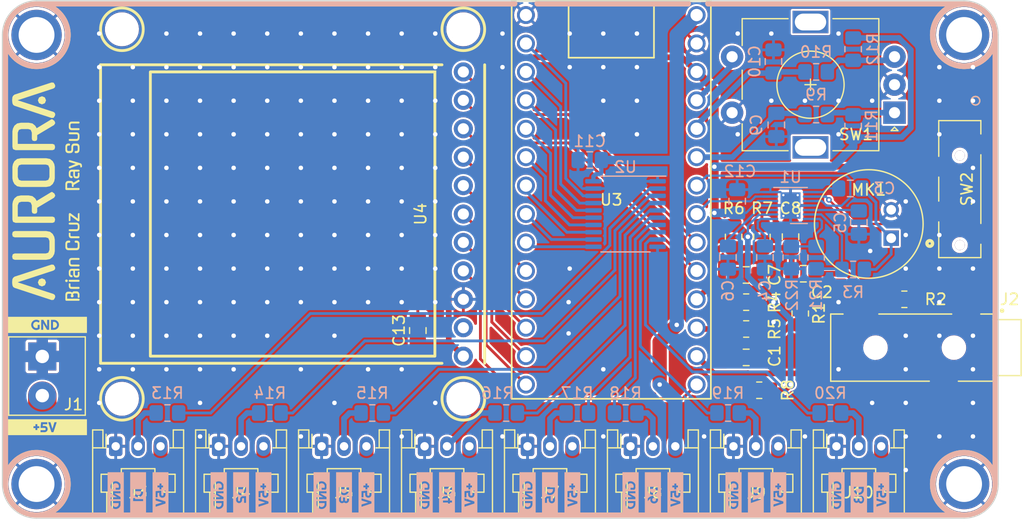
<source format=kicad_pcb>
(kicad_pcb (version 20211014) (generator pcbnew)
  (layers (0 "F.Cu" signal) (31 "B.Cu" signal) (36 "B.SilkS" user "B.Silkscreen") (37 "F.SilkS" user "F.Silkscreen") (38 "B.Mask" user) (39 "F.Mask" user) (44 "Edge.Cuts" user))
  (net 0 "")
  (net 1 "/AUD_R_ADC")
  (net 2 "/AUD_R")
  (net 3 "/AUD_L_ADC")
  (net 4 "/AUD_L")
  (net 5 "Net-(C3-Pad1)")
  (net 6 "Net-(C3-Pad2)")
  (net 7 "Net-(C4-Pad1)")
  (net 8 "GND")
  (net 9 "Net-(C5-Pad2)")
  (net 10 "Net-(C6-Pad2)")
  (net 11 "/ENCODER_A")
  (net 12 "/ENCODER_B")
  (net 13 "+3V3")
  (net 14 "+5V")
  (net 15 "/AUD_DET")
  (net 16 "/LED_OUT_0")
  (net 17 "/LED_OUT_1")
  (net 18 "/LED_OUT_2")
  (net 19 "/LED_OUT_3")
  (net 20 "/LED_OUT_4")
  (net 21 "/LED_OUT_5")
  (net 22 "/LED_OUT_6")
  (net 23 "/LED_OUT_7")
  (net 24 "/MIC_BIAS")
  (net 25 "Net-(R11-Pad2)")
  (net 26 "Net-(R10-Pad2)")
  (net 27 "Net-(R13-Pad2)")
  (net 28 "Net-(R14-Pad2)")
  (net 29 "Net-(R15-Pad2)")
  (net 30 "Net-(R16-Pad2)")
  (net 31 "Net-(R17-Pad2)")
  (net 32 "Net-(R18-Pad2)")
  (net 33 "Net-(R19-Pad2)")
  (net 34 "Net-(R20-Pad2)")
  (net 35 "/AGC_THRESH")
  (net 36 "/SW_PUSH")
  (net 37 "/MIC_ADC")
  (net 38 "/MIC_GAIN")
  (net 39 "Net-(U2-Pad11)")
  (net 40 "Net-(U2-Pad12)")
  (net 41 "Net-(U2-Pad13)")
  (net 42 "Net-(U2-Pad14)")
  (net 43 "Net-(U2-Pad15)")
  (net 44 "Net-(U2-Pad16)")
  (net 45 "Net-(U2-Pad17)")
  (net 46 "Net-(U2-Pad18)")
  (net 47 "/SCK")
  (net 48 "/MISO")
  (net 49 "/MOSI")
  (net 50 "/CS_TFT")
  (net 51 "/DISP_RST")
  (net 52 "/DISP_D{slash}C")
  (net 53 "/CS_SD")
  (net 54 "/BACKLIGHT")
  (net 56 "/MIC_A{slash}R")
  (footprint "Resistor_SMD:R_0805_2012Metric_Pad1.20x1.40mm_HandSolder" (layer "F.Cu") (at 161.3945 115.062 90)
    (fp_text reference "R1")
    (fp_text value "100k")
  )
  (footprint "Connector_JST:JST_PH_S3B-PH-K_1x03_P2.00mm_Horizontal" (layer "F.Cu") (at 127.85881 126.926)
    (fp_text reference "J6")
    (fp_text value "Conn_01x03")
  )
  (footprint "Resistor_SMD:R_0805_2012Metric_Pad1.20x1.40mm_HandSolder" (layer "F.Cu") (at 170.688 113.792)
    (fp_text reference "R2")
    (fp_text value "100k")
  )
  (footprint "kibuzzard-62AD66A7" (layer "F.Cu") (at 93.98 125.222)
    (fp_text reference "kibuzzard-62AD66A7" hide)
    (fp_text value "G***" hide)
  )
  (footprint "terminal_block:TerminalBlock_Molex_393570002_1x02_P3.50mm_Horizontal" (layer "F.Cu") (at 93.73 118.9 -90)
    (fp_text reference "J1")
    (fp_text value "Screw_Terminal_01x02" hide)
  )
  (footprint "Connector_JST:JST_PH_S3B-PH-K_1x03_P2.00mm_Horizontal" (layer "F.Cu") (at 100.284922 126.926)
    (fp_text reference "J3")
    (fp_text value "Conn_01x03")
  )
  (footprint "Capacitor_SMD:C_0805_2012Metric_Pad1.18x1.45mm_HandSolder" (layer "F.Cu") (at 127.254 116.586 90)
    (fp_text reference "C13")
    (fp_text value "10u")
  )
  (footprint "Resistor_SMD:R_0805_2012Metric_Pad1.20x1.40mm_HandSolder" (layer "F.Cu") (at 156.5685 114.046 180)
    (fp_text reference "R4")
    (fp_text value "100k")
  )
  (footprint "MountingHole:MountingHole_3.2mm_M3_ISO14580_Pad" (layer "F.Cu") (at 176.022 90.17)
    (fp_text reference "H2" hide)
    (fp_text value "MountingHole_Pad" hide)
  )
  (footprint "Connector_JST:JST_PH_S3B-PH-K_1x03_P2.00mm_Horizontal" (layer "F.Cu") (at 164.624 126.926)
    (fp_text reference "J10")
    (fp_text value "Conn_01x03")
  )
  (footprint "kibuzzard-62AD5F1D" (layer "F.Cu") (at 92.964 104.14 90)
    (fp_text reference "kibuzzard-62AD5F1D" hide)
    (fp_text value "G***" hide)
  )
  (footprint "MountingHole:MountingHole_3.2mm_M3_ISO14580_Pad" (layer "F.Cu") (at 93.218 130.302)
    (fp_text reference "H3" hide)
    (fp_text value "MountingHole_Pad" hide)
  )
  (footprint "Capacitor_SMD:C_0805_2012Metric_Pad1.18x1.45mm_HandSolder" (layer "F.Cu") (at 156.5685 111.618)
    (fp_text reference "C7")
    (fp_text value "47n")
  )
  (footprint "displays:Adafruit_TFT_1in3_ST7789" (layer "F.Cu") (at 131.318 106.172 -90)
    (fp_text reference "U4")
    (fp_text value "Adafruit_TFT_1in3_ST7789")
  )
  (footprint "MountingHole:MountingHole_3.2mm_M3_ISO14580_Pad" (layer "F.Cu") (at 93.218 90.17)
    (fp_text reference "H1" hide)
    (fp_text value "MountingHole_Pad" hide)
  )
  (footprint "Connector_JST:JST_PH_S3B-PH-K_1x03_P2.00mm_Horizontal" (layer "F.Cu") (at 137.050106 126.926)
    (fp_text reference "J7")
    (fp_text value "Conn_01x03")
  )
  (footprint "Resistor_SMD:R_0805_2012Metric_Pad1.20x1.40mm_HandSolder" (layer "F.Cu") (at 155.448 108.204 -90)
    (fp_text reference "R6")
    (fp_text value "100k")
  )
  (footprint "Connector_JST:JST_PH_S3B-PH-K_1x03_P2.00mm_Horizontal" (layer "F.Cu") (at 146.241402 126.926)
    (fp_text reference "J8")
    (fp_text value "Conn_01x03")
  )
  (footprint "Connector_JST:JST_PH_S3B-PH-K_1x03_P2.00mm_Horizontal" (layer "F.Cu") (at 109.476218 126.926)
    (fp_text reference "J4")
    (fp_text value "Conn_01x03")
  )
  (footprint "Capacitor_SMD:C_0805_2012Metric_Pad1.18x1.45mm_HandSolder" (layer "F.Cu") (at 156.5685 118.984)
    (fp_text reference "C1")
    (fp_text value "10u")
  )
  (footprint "Rotary_Encoder:RotaryEncoder_Alps_EC11E-Switch_Vertical_H20mm" (layer "F.Cu") (at 169.81 97.115 180)
    (fp_text reference "SW1")
    (fp_text value "RotaryEncoder_Switch")
  )
  (footprint "teensy_library:Teensy40" (layer "F.Cu") (at 144.526 104.902 -90)
    (fp_text reference "U3")
    (fp_text value "Teensy4.0")
  )
  (footprint "CMA-4544PF-W:MIC_CMA-4544PF-W" (layer "F.Cu") (at 167.513 107.061)
    (fp_text reference "MK1")
    (fp_text value "CMA-4544PF-W")
  )
  (footprint "kibuzzard-62AD66B6" (layer "F.Cu") (at 93.98 116.078)
    (fp_text reference "kibuzzard-62AD66B6" hide)
    (fp_text value "G***" hide)
  )
  (footprint "kibuzzard-62AD5F34" (layer "F.Cu") (at 96.52 105.918 90)
    (fp_text reference "kibuzzard-62AD5F34" hide)
    (fp_text value "G***" hide)
  )
  (footprint "Capacitor_SMD:C_0805_2012Metric_Pad1.18x1.45mm_HandSolder" (layer "F.Cu") (at 160.528 108.204 90)
    (fp_text reference "C8")
    (fp_text value "47n")
  )
  (footprint "Capacitor_SMD:C_0805_2012Metric_Pad1.18x1.45mm_HandSolder" (layer "F.Cu") (at 161.671 111.506)
    (fp_text reference "C2")
    (fp_text value "10u")
  )
  (footprint "Resistor_SMD:R_0805_2012Metric_Pad1.20x1.40mm_HandSolder" (layer "F.Cu") (at 156.5685 116.444)
    (fp_text reference "R5")
    (fp_text value "100k")
  )
  (footprint "Connector_JST:JST_PH_S3B-PH-K_1x03_P2.00mm_Horizontal" (layer "F.Cu") (at 118.667514 126.926)
    (fp_text reference "J5")
    (fp_text value "Conn_01x03")
  )
  (footprint "MountingHole:MountingHole_3.2mm_M3_ISO14580_Pad" (layer "F.Cu") (at 176.022 130.302)
    (fp_text reference "H4" hide)
    (fp_text value "MountingHole_Pad" hide)
  )
  (footprint "Resistor_SMD:R_0805_2012Metric_Pad1.20x1.40mm_HandSolder" (layer "F.Cu") (at 157.734 121.92 180)
    (fp_text reference "R8")
    (fp_text value "1M")
  )
  (footprint "SP3T-CL-SB-13A-01T:CL-SB-13A-01T" (layer "F.Cu") (at 175.638399 103.945486 -90)
    (fp_text reference "SW2")
    (fp_text value "CL-SB-13A-01T")
  )
  (footprint "SJ-3524-SMT:CUI_SJ-3524-SMT" (layer "F.Cu") (at 175.1125 118.11 180)
    (fp_text reference "J2")
    (fp_text value "SJ-3524-SMT")
  )
  (footprint "Resistor_SMD:R_0805_2012Metric_Pad1.20x1.40mm_HandSolder" (layer "F.Cu") (at 157.973 108.204 90)
    (fp_text reference "R7")
    (fp_text value "100k")
  )
  (footprint "Connector_JST:JST_PH_S3B-PH-K_1x03_P2.00mm_Horizontal" (layer "F.Cu") (at 155.432698 126.926)
    (fp_text reference "J9")
    (fp_text value "Conn_01x03")
  )
  (footprint "Resistor_SMD:R_0805_2012Metric_Pad1.20x1.40mm_HandSolder" (layer "B.Cu") (at 114.046 123.952)
    (fp_text reference "R14")
    (fp_text value "100")
  )
  (footprint "Resistor_SMD:R_0805_2012Metric_Pad1.20x1.40mm_HandSolder" (layer "B.Cu") (at 135.144 123.952)
    (fp_text reference "R16")
    (fp_text value "100")
  )
  (footprint "Resistor_SMD:R_0805_2012Metric_Pad1.20x1.40mm_HandSolder" (layer "B.Cu") (at 166.116 98.298 90)
    (fp_text reference "R11")
    (fp_text value "10k")
  )
  (footprint "kibuzzard-62AD6AEC" (layer "B.Cu") (at 118.6693 131.2926 -90)
    (fp_text reference "kibuzzard-62AD6AEC2" hide)
    (fp_text value "G***" hide)
  )
  (footprint "kibuzzard-62AD6AEC" (layer "B.Cu") (at 137.05382 131.2926 -90)
    (fp_text reference "kibuzzard-62AD6AEC4" hide)
    (fp_text value "G***" hide)
  )
  (footprint "Resistor_SMD:R_0805_2012Metric_Pad1.20x1.40mm_HandSolder" (layer "B.Cu") (at 162.814 93.472)
    (fp_text reference "R10")
    (fp_text value "10k")
  )
  (footprint "kibuzzard-62AD6C27" (layer "B.Cu") (at 139.049964 131.2926 -90)
    (fp_text reference "kibuzzard-62AD6C27" hide)
    (fp_text value "G***" hide)
  )
  (footprint "kibuzzard-62AD6B04" (layer "B.Cu") (at 159.43834 131.2926 -90)
    (fp_text reference "kibuzzard-62AD6B6" hide)
    (fp_text value "G***" hide)
  )
  (footprint "kibuzzard-62AD6C62" (layer "B.Cu") (at 166.623858 131.2926 -90)
    (fp_text reference "kibuzzard-62AD6C62" hide)
    (fp_text value "G***" hide)
  )
  (footprint "Capacitor_SMD:C_0805_2012Metric_Pad1.18x1.45mm_HandSolder" (layer "B.Cu") (at 155.765 105.029 90)
    (fp_text reference "C12")
    (fp_text value "2.2u")
  )
  (footprint "Capacitor_SMD:C_0805_2012Metric_Pad1.18x1.45mm_HandSolder" (layer "B.Cu") (at 158.242 110.064 -90)
    (fp_text reference "C4")
    (fp_text value "0.47u")
  )
  (footprint "kibuzzard-62AD6B04" (layer "B.Cu") (at 131.86156 131.2926 -90)
    (fp_text reference "kibuzzard-62AD6B3" hide)
    (fp_text value "G***" hide)
  )
  (footprint "kibuzzard-62AD6C4C" (layer "B.Cu") (at 157.432556 131.2926 -90)
    (fp_text reference "kibuzzard-62AD6C4C" hide)
    (fp_text value "G***" hide)
  )
  (footprint "kibuzzard-62AD6C38" (layer "B.Cu") (at 148.24126 131.2926 -90)
    (fp_text reference "kibuzzard-62AD6C38" hide)
    (fp_text value "G***" hide)
  )
  (footprint "kibuzzard-62AD6B04" (layer "B.Cu") (at 150.24608 131.2926 -90)
    (fp_text reference "kibuzzard-62AD6B5" hide)
    (fp_text value "G***" hide)
  )
  (footprint "Resistor_SMD:R_0805_2012Metric_Pad1.20x1.40mm_HandSolder" (layer "B.Cu") (at 160.591 110.064 90)
    (fp_text reference "R22")
    (fp_text value "100k")
  )
  (footprint "Capacitor_SMD:C_0805_2012Metric_Pad1.18x1.45mm_HandSolder" (layer "B.Cu") (at 165.862 103.886)
    (fp_text reference "C3")
    (fp_text value "0.1u")
  )
  (footprint "kibuzzard-62AD6AEC" (layer "B.Cu") (at 146.24608 131.2926 -90)
    (fp_text reference "kibuzzard-62AD6AEC5" hide)
    (fp_text value "G***" hide)
  )
  (footprint "Resistor_SMD:R_0805_2012Metric_Pad1.20x1.40mm_HandSolder" (layer "B.Cu") (at 104.902 123.952)
    (fp_text reference "R13")
    (fp_text value "100")
  )
  (footprint "kibuzzard-62AD6B04" (layer "B.Cu") (at 141.05382 131.2926 -90)
    (fp_text reference "kibuzzard-62AD6B4" hide)
    (fp_text value "G***" hide)
  )
  (footprint "kibuzzard-62AD6B04" (layer "B.Cu") (at 113.47704 131.2926 -90)
    (fp_text reference "kibuzzard-62AD6B1" hide)
    (fp_text value "G***" hide)
  )
  (footprint "kibuzzard-62AD6BA8" (layer "B.Cu") (at 111.476076 131.2926 -90)
    (fp_text reference "kibuzzard-62AD6BA8" hide)
    (fp_text value "G***" hide)
  )
  (footprint "kibuzzard-62AD6AEC" (layer "B.Cu") (at 127.86156 131.2926 -90)
    (fp_text reference "kibuzzard-62AD6AEC3" hide)
    (fp_text value "G***" hide)
  )
  (footprint "Resistor_SMD:R_0805_2012Metric_Pad1.20x1.40mm_HandSolder" (layer "B.Cu") (at 145.812 123.952 180)
    (fp_text reference "R18")
    (fp_text value "100")
  )
  (footprint "Package_DFN_QFN:TDFN-14-1EP_3x3mm_P0.4mm_EP1.78x2.35mm_ThermalVias" (layer "B.Cu") (at 160.528 105.41)
    (fp_text reference "U1")
    (fp_text value "MAX9814")
  )
  (footprint "kibuzzard-62AD6C16" (layer "B.Cu") (at 129.858668 131.2926 -90)
    (fp_text reference "kibuzzard-62AD6C16" hide)
    (fp_text value "G***" hide)
  )
  (footprint "kibuzzard-62AD6AEC" (layer "B.Cu") (at 100.28478 131.2926 -90)
    (fp_text reference "kibuzzard-62AD6AEC" hide)
    (fp_text value "G***" hide)
  )
  (footprint "Resistor_SMD:R_0805_2012Metric_Pad1.20x1.40mm_HandSolder" (layer "B.Cu") (at 166.116 91.44 -90)
    (fp_text reference "R12")
    (fp_text value "10k")
  )
  (footprint "kibuzzard-62AD6BC2" (layer "B.Cu") (at 120.667372 131.2926 -90)
    (fp_text reference "kibuzzard-62AD6BC2" hide)
    (fp_text value "G***" hide)
  )
  (footprint "Package_SO:TSSOP-20_4.4x6.5mm_P0.65mm" (layer "B.Cu") (at 145.796 106.172 180)
    (fp_text reference "U2")
    (fp_text value "74HCT245PW")
  )
  (footprint "Capacitor_SMD:C_0805_2012Metric_Pad1.18x1.45mm_HandSolder" (layer "B.Cu") (at 142.5995 101.346 180)
    (fp_text reference "C11")
    (fp_text value "0.1u")
  )
  (footprint "kibuzzard-62AD6B04" (layer "B.Cu") (at 104.28478 131.2926 -90)
    (fp_text reference "kibuzzard-62AD6B04" hide)
    (fp_text value "G***" hide)
  )
  (footprint "kibuzzard-62AD6AEC" (layer "B.Cu") (at 164.6306 131.2926 -90)
    (fp_text reference "kibuzzard-62AD6AEC7" hide)
    (fp_text value "G***" hide)
  )
  (footprint "Resistor_SMD:R_0805_2012Metric_Pad1.20x1.40mm_HandSolder" (layer "B.Cu") (at 164.084 123.952 180)
    (fp_text reference "R20")
    (fp_text value "100")
  )
  (footprint "Resistor_SMD:R_0805_2012Metric_Pad1.20x1.40mm_HandSolder" (layer "B.Cu") (at 162.814 97.282 180)
    (fp_text reference "R9")
    (fp_text value "10k")
  )
  (footprint "kibuzzard-62AD6AEC" (layer "B.Cu") (at 155.43834 131.2926 -90)
    (fp_text reference "kibuzzard-62AD6AEC6" hide)
    (fp_text value "G***" hide)
  )
  (footprint "kibuzzard-62AD6B04" (layer "B.Cu") (at 168.6306 131.2926 -90)
    (fp_text reference "kibuzzard-62AD6B7" hide)
    (fp_text value "G***" hide)
  )
  (footprint "Capacitor_SMD:C_0805_2012Metric_Pad1.18x1.45mm_HandSolder" (layer "B.Cu") (at 159.258 98.212 90)
    (fp_text reference "C9")
    (fp_text value "10n")
  )
  (footprint "Resistor_SMD:R_0805_2012Metric_Pad1.20x1.40mm_HandSolder" (layer "B.Cu") (at 162.814 110.064 -90)
    (fp_text reference "R21")
    (fp_text value "150k")
  )
  (footprint "Capacitor_SMD:C_0805_2012Metric_Pad1.18x1.45mm_HandSolder" (layer "B.Cu") (at 154.94 110.064 90)
    (fp_text reference "C6")
    (fp_text value "2.2u")
  )
  (footprint "kibuzzard-62AD6B04" (layer "B.Cu") (at 122.6693 131.2926 -90)
    (fp_text reference "kibuzzard-62AD6B2" hide)
    (fp_text value "G***" hide)
  )
  (footprint "kibuzzard-62AD6B13" (layer "B.Cu") (at 102.28478 131.2926 -90)
    (fp_text reference "kibuzzard-62AD6B13" hide)
    (fp_text value "G***" hide)
  )
  (footprint "Resistor_SMD:R_0805_2012Metric_Pad1.20x1.40mm_HandSolder" (layer "B.Cu") (at 166.116 111.125 180)
    (fp_text reference "R3")
    (fp_text value "2.2k")
  )
  (footprint "Resistor_SMD:R_0805_2012Metric_Pad1.20x1.40mm_HandSolder" (layer "B.Cu") (at 154.956 123.952 180)
    (fp_text reference "R19")
    (fp_text value "100")
  )
  (footprint "kibuzzard-62AD6AEC" (layer "B.Cu") (at 109.47704 131.2926 -90)
    (fp_text reference "kibuzzard-62AD6AEC1" hide)
    (fp_text value "G***" hide)
  )
  (footprint "Resistor_SMD:R_0805_2012Metric_Pad1.20x1.40mm_HandSolder" (layer "B.Cu") (at 123.19 123.952)
    (fp_text reference "R15")
    (fp_text value "100")
  )
  (footprint "Capacitor_SMD:C_0805_2012Metric_Pad1.18x1.45mm_HandSolder" (layer "B.Cu") (at 166.624 106.934 90)
    (fp_text reference "C5")
    (fp_text value "0.47u")
  )
  (footprint "Capacitor_SMD:C_0805_2012Metric_Pad1.18x1.45mm_HandSolder" (layer "B.Cu") (at 159.004 92.542 -90)
    (fp_text reference "C10")
    (fp_text value "10n")
  )
  (footprint "Resistor_SMD:R_0805_2012Metric_Pad1.20x1.40mm_HandSolder" (layer "B.Cu") (at 141.494 123.952)
    (fp_text reference "R17")
    (fp_text value "100")
  )
  (gr_line (start 178.816 90.17) (end 178.816 130.302) (layer "B.SilkS") (width 0.508))
  (gr_line (start 93.218 87.376) (end 135.89 87.376) (layer "B.SilkS") (width 0.508))
  (gr_circle (center 93.218 90.17) (end 90.424 90.17) (layer "B.SilkS") (width 0.508) (fill none))
  (gr_line (start 153.162 87.376) (end 176.022 87.376) (layer "B.SilkS") (width 0.508))
  (gr_line (start 90.424 90.17) (end 90.424 130.302) (layer "B.SilkS") (width 0.508))
  (gr_circle (center 176.022 130.302) (end 173.228 130.302) (layer "B.SilkS") (width 0.508) (fill none))
  (gr_circle (center 176.022 90.17) (end 173.228 90.17) (layer "B.SilkS") (width 0.508) (fill none))
  (gr_circle (center 93.218 130.302) (end 90.424 130.302) (layer "B.SilkS") (width 0.508) (fill none))
  (gr_line (start 93.218 133.096) (end 176.022 133.096) (layer "B.SilkS") (width 0.508))
  (gr_line (start 137.922 87.376) (end 151.384 87.376) (layer "B.SilkS") (width 0.508))
  (gr_circle (center 93.218 130.302) (end 96.012 130.302) (layer "F.SilkS") (width 0.508) (fill none))
  (gr_circle (center 176.022 90.17) (end 178.816 90.17) (layer "F.SilkS") (width 0.508) (fill none))
  (gr_circle (center 93.218 90.17) (end 96.012 90.17) (layer "F.SilkS") (width 0.508) (fill none))
  (gr_circle (center 176.022 130.302) (end 178.816 130.302) (layer "F.SilkS") (width 0.508) (fill none))
  (gr_line (start 179.07 90.17) (end 179.069999 130.302) (layer "Edge.Cuts") (width 0.1))
  (gr_line (start 90.17 130.302) (end 90.17 90.17) (layer "Edge.Cuts") (width 0.1))
  (gr_line (start 176.022 133.35) (end 93.218 133.35) (layer "Edge.Cuts") (width 0.1))
  (gr_arc (start 90.17 90.17) (mid 91.062739 88.014739) (end 93.218 87.122) (layer "Edge.Cuts") (width 0.1))
  (gr_line (start 93.218 87.122) (end 176.022 87.122) (layer "Edge.Cuts") (width 0.1))
  (gr_arc (start 179.069999 130.302) (mid 178.177261 132.457261) (end 176.022 133.349999) (layer "Edge.Cuts") (width 0.1))
  (gr_arc (start 93.218 133.35) (mid 91.062739 132.457261) (end 90.17 130.302) (layer "Edge.Cuts") (width 0.1))
  (gr_arc (start 176.022 87.122) (mid 178.177261 88.014739) (end 179.07 90.17) (layer "Edge.Cuts") (width 0.1))
  (segment (start 152.258 116.444) (end 152.146 116.332) (width 0.508) (layer "F.Cu") (net 1))
  (segment (start 155.531 118.984) (end 155.531 111.618) (width 0.508) (layer "F.Cu") (net 1))
  (segment (start 155.5685 116.444) (end 152.258 116.444) (width 0.508) (layer "F.Cu") (net 1))
  (segment (start 160.528 116.062) (end 161.3945 116.062) (width 0.508) (layer "F.Cu") (net 2))
  (segment (start 161.3945 116.062) (end 164.150331 116.062) (width 0.508) (layer "F.Cu") (net 2))
  (segment (start 157.606 118.984) (end 160.528 116.062) (width 0.508) (layer "F.Cu") (net 2))
  (segment (start 169.898331 121.81) (end 174.2125 121.81) (width 0.508) (layer "F.Cu") (net 2))
  (segment (start 164.150331 116.062) (end 169.898331 121.81) (width 0.508) (layer "F.Cu") (net 2))
  (segment (start 152.146 113.792) (end 153.62348 112.31452) (width 0.508) (layer "F.Cu") (net 3))
  (segment (start 160.6335 111.506) (end 160.6335 109.347) (width 0.508) (layer "F.Cu") (net 3))
  (segment (start 153.62348 112.31452) (end 153.62348 109.82804) (width 0.508) (layer "F.Cu") (net 3))
  (segment (start 160.4905 109.204) (end 160.528 109.2415) (width 0.508) (layer "F.Cu") (net 3))
  (segment (start 155.448 109.204) (end 160.4905 109.204) (width 0.508) (layer "F.Cu") (net 3))
  (segment (start 153.62348 109.82804) (end 154.24752 109.204) (width 0.508) (layer "F.Cu") (net 3))
  (segment (start 160.6335 109.347) (end 160.528 109.2415) (width 0.508) (layer "F.Cu") (net 3))
  (segment (start 154.24752 109.204) (end 155.448 109.204) (width 0.508) (layer "F.Cu") (net 3))
  (segment (start 166.8125 112.7105) (end 166.8125 114.41) (width 0.508) (layer "F.Cu") (net 4))
  (segment (start 169.688 113.792) (end 167.4305 113.792) (width 0.508) (layer "F.Cu") (net 4))
  (segment (start 167.4305 113.792) (end 166.8125 114.41) (width 0.508) (layer "F.Cu") (net 4))
  (segment (start 165.608 111.506) (end 166.8125 112.7105) (width 0.508) (layer "F.Cu") (net 4))
  (segment (start 162.7085 111.506) (end 165.608 111.506) (width 0.508) (layer "F.Cu") (net 4))
  (segment (start 162.327996 104.210002) (end 163.505998 104.210002) (width 0.2) (layer "B.Cu") (net 5))
  (segment (start 163.83 103.886) (end 164.8245 103.886) (width 0.2) (layer "B.Cu") (net 5))
  (segment (start 163.505998 104.210002) (end 163.83 103.886) (width 0.2) (layer "B.Cu") (net 5))
  (segment (start 168.148 111.125) (end 167.116 111.125) (width 0.254) (layer "B.Cu") (net 6))
  (segment (start 168.148 106.966) (end 169.513 108.331) (width 0.254) (layer "B.Cu") (net 6))
  (segment (start 168.148 105.1345) (end 168.148 106.966) (width 0.254) (layer "B.Cu") (net 6))
  (segment (start 169.513 108.331) (end 169.513 109.76) (width 0.254) (layer "B.Cu") (net 6))
  (segment (start 169.513 109.76) (end 168.148 111.125) (width 0.254) (layer "B.Cu") (net 6))
  (segment (start 166.8995 103.886) (end 168.148 105.1345) (width 0.254) (layer "B.Cu") (net 6))
  (segment (start 157.85658 106.61) (end 158.728 106.61) (width 0.2) (layer "B.Cu") (net 7))
  (segment (start 158.242 109.0265) (end 158.242 108.077) (width 0.2) (layer "B.Cu") (net 7))
  (segment (start 157.607 106.85958) (end 157.85658 106.61) (width 0.2) (layer "B.Cu") (net 7))
  (segment (start 157.607 107.442) (end 157.607 106.85958) (width 0.2) (layer "B.Cu") (net 7))
  (segment (start 158.242 108.077) (end 157.607 107.442) (width 0.2) (layer "B.Cu") (net 7))
  (via (at 125.8125 99.047) (size 0.8) (drill 0.4) (layers "F.Cu" "B.Cu") (net 8))
  (via (at 116.8125 90.047) (size 0.8) (drill 0.4) (layers "F.Cu" "B.Cu") (net 8))
  (via (at 173.8125 117.047) (size 0.8) (drill 0.4) (layers "F.Cu" "B.Cu") (net 8))
  (via (at 101.8125 96.047) (size 0.8) (drill 0.4) (layers "F.Cu" "B.Cu") (net 8))
  (via (at 125.8125 111.047) (size 0.8) (drill 0.4) (layers "F.Cu" "B.Cu") (net 8))
  (via (at 125.8125 96.047) (size 0.8) (drill 0.4) (layers "F.Cu" "B.Cu") (net 8))
  (via (at 113.8125 102.047) (size 0.8) (drill 0.4) (layers "F.Cu" "B.Cu") (net 8))
  (via (at 113.8125 99.047) (size 0.8) (drill 0.4) (layers "F.Cu" "B.Cu") (net 8))
  (via (at 143.8125 126.047) (size 0.8) (drill 0.4) (layers "F.Cu" "B.Cu") (net 8))
  (via (at 101.8125 93.047) (size 0.8) (drill 0.4) (layers "F.Cu" "B.Cu") (net 8))
  (via (at 176.8125 105.047) (size 0.8) (drill 0.4) (layers "F.Cu" "B.Cu") (net 8))
  (via (at 170.8125 126.047) (size 0.8) (drill 0.4) (layers "F.Cu" "B.Cu") (net 8))
  (via (at 119.8125 99.047) (size 0.8) (drill 0.4) (layers "F.Cu" "B.Cu") (net 8))
  (via (at 116.8125 120.047) (size 0.8) (drill 0.4) (layers "F.Cu" "B.Cu") (net 8))
  (via (at 104.8125 120.047) (size 0.8) (drill 0.4) (layers "F.Cu" "B.Cu") (net 8))
  (via (at 125.8125 102.047) (size 0.8) (drill 0.4) (layers "F.Cu" "B.Cu") (net 8))
  (via (at 113.8125 117.047) (size 0.8) (drill 0.4) (layers "F.Cu" "B.Cu") (net 8))
  (via (at 176.8125 102.047) (size 0.8) (drill 0.4) (layers "F.Cu" "B.Cu") (net 8))
  (via (at 113.8125 93.047) (size 0.8) (drill 0.4) (layers "F.Cu" "B.Cu") (net 8))
  (via (at 98.8125 96.047) (size 0.8) (drill 0.4) (layers "F.Cu" "B.Cu") (net 8))
  (via (at 119.8125 108.047) (size 0.8) (drill 0.4) (layers "F.Cu" "B.Cu") (net 8))
  (via (at 116.8125 108.047) (size 0.8) (drill 0.4) (layers "F.Cu" "B.Cu") (net 8))
  (via (at 98.8125 111.047) (size 0.8) (drill 0.4) (layers "F.Cu" "B.Cu") (net 8))
  (via (at 104.8125 102.047) (size 0.8) (drill 0.4) (layers "F.Cu" "B.Cu") (net 8))
  (via (at 128.8125 93.047) (size 0.8) (drill 0.4) (layers "F.Cu" "B.Cu") (net 8))
  (via (at 101.8125 108.047) (size 0.8) (drill 0.4) (layers "F.Cu" "B.Cu") (net 8))
  (via (at 128.8125 114.047) (size 0.8) (drill 0.4) (layers "F.Cu" "B.Cu") (net 8))
  (via (at 140.716 116.84) (size 0.8) (drill 0.4) (layers "F.Cu" "B.Cu") (net 8))
  (via (at 116.8125 102.047) (size 0.8) (drill 0.4) (layers "F.Cu" "B.Cu") (net 8))
  (via (at 107.8125 123.047) (size 0.8) (drill 0.4) (layers "F.Cu" "B.Cu") (net 8))
  (via (at 113.8125 96.047) (size 0.8) (drill 0.4) (layers "F.Cu" "B.Cu") (net 8))
  (via (at 101.8125 105.047) (size 0.8) (drill 0.4) (layers "F.Cu" "B.Cu") (net 8))
  (via (at 146.8125 96.047) (size 0.8) (drill 0.4) (layers "F.Cu" "B.Cu") (net 8))
  (via (at 98.8125 105.047) (size 0.8) (drill 0.4) (layers "F.Cu" "B.Cu") (net 8))
  (via (at 143.8125 90.047) (size 0.8) (drill 0.4) (layers "F.Cu" "B.Cu") (net 8))
  (via (at 170.8125 105.047) (size 0.8) (drill 0.4) (layers "F.Cu" "B.Cu") (net 8))
  (via (at 167.8125 96.047) (size 0.8) (drill 0.4) (layers "F.Cu" "B.Cu") (net 8))
  (via (at 155.8125 90.047) (size 0.8) (drill 0.4) (layers "F.Cu" "B.Cu") (net 8))
  (via (at 176.8125 96.047) (size 0.8) (drill 0.4) (layers "F.Cu" "B.Cu") (net 8))
  (via (at 128.8125 108.047) (size 0.8) (drill 0.4) (layers "F.Cu" "B.Cu") (net 8))
  (via (at 173.8125 111.047) (size 0.8) (drill 0.4) (layers "F.Cu" "B.Cu") (net 8))
  (via (at 122.8125 99.047) (size 0.8) (drill 0.4) (layers "F.Cu" "B.Cu") (net 8))
  (via (at 104.8125 96.047) (size 0.8) (drill 0.4) (layers "F.Cu" "B.Cu") (net 8))
  (via (at 176.8125 120.047) (size 0.8) (drill 0.4) (layers "F.Cu" "B.Cu") (net 8))
  (via (at 125.8125 90.047) (size 0.8) (drill 0.4) (layers "F.Cu" "B.Cu") (net 8))
  (via (at 116.8125 99.047) (size 0.8) (drill 0.4) (layers "F.Cu" "B.Cu") (net 8))
  (via (at 104.8125 117.047) (size 0.8) (drill 0.4) (layers "F.Cu" "B.Cu") (net 8))
  (via (at 110.8125 96.047) (size 0.8) (drill 0.4) (layers "F.Cu" "B.Cu") (net 8))
  (via (at 122.8125 111.047) (size 0.8) (drill 0.4) (layers "F.Cu" "B.Cu") (net 8))
  (via (at 98.8125 114.047) (size 0.8) (drill 0.4) (layers "F.Cu" "B.Cu") (net 8))
  (via (at 161.8125 96.047) (size 0.8) (drill 0.4) (layers "F.Cu" "B.Cu") (net 8))
  (via (at 104.8125 108.047) (size 0.8) (drill 0.4) (layers "F.Cu" "B.Cu") (net 8))
  (via (at 104.8125 90.047) (size 0.8) (drill 0.4) (layers "F.Cu" "B.Cu") (net 8))
  (via (at 173.8125 114.047) (size 0.8) (drill 0.4) (layers "F.Cu" "B.Cu") (net 8))
  (via (at 134.8125 126.047) (size 0.8) (drill 0.4) (layers "F.Cu" "B.Cu") (net 8))
  (via (at 119.8125 96.047) (size 0.8) (drill 0.4) (layers "F.Cu" "B.Cu") (net 8))
  (via (at 164.8125 96.047) (size 0.8) (drill 0.4) (layers "F.Cu" "B.Cu") (net 8))
  (via (at 128.8125 105.047) (size 0.8) (drill 0.4) (layers "F.Cu" "B.Cu") (net 8))
  (via (at 125.8125 120.047) (size 0.8) (drill 0.4) (layers "F.Cu" "B.Cu") (net 8))
  (via (at 164.8125 99.047) (size 0.8) (drill 0.4) (layers "F.Cu" "B.Cu") (net 8))
  (via (at 113.8125 108.047) (size 0.8) (drill 0.4) (layers "F.Cu" "B.Cu") (net 8))
  (via (at 113.8125 105.047) (size 0.8) (drill 0.4) (layers "F.Cu" "B.Cu") (net 8))
  (via (at 164.8125 90.047) (size 0.8) (drill 0.4) (layers "F.Cu" "B.Cu") (net 8))
  (via (at 152.8125 126.047) (size 0.8) (drill 0.4) (layers "F.Cu" "B.Cu") (net 8))
  (via (at 143.8125 96.047) (size 0.8) (drill 0.4) (layers "F.Cu" "B.Cu") (net 8))
  (via (at 134.8125 93.047) (size 0.8) (drill 0.4) (layers "F.Cu" "B.Cu") (net 8))
  (via (at 170.8125 120.047) (size 0.8) (drill 0.4) (layers "F.Cu" "B.Cu") (net 8))
  (via (at 110.8125 114.047) (size 0.8) (drill 0.4) (layers "F.Cu" "B.Cu") (net 8))
  (via (at 104.8125 111.047) (size 0.8) (drill 0.4) (layers "F.Cu" "B.Cu") (net 8))
  (via (at 98.8125 117.047) (size 0.8) (drill 0.4) (layers "F.Cu" "B.Cu") (net 8))
  (via (at 104.8125 114.047) (size 0.8) (drill 0.4) (layers "F.Cu" "B.Cu") (net 8))
  (via (at 116.8125 111.047) (size 0.8) (drill 0.4) (layers "F.Cu" "B.Cu") (net 8))
  (via (at 116.8125 126.047) (size 0.8) (drill 0.4) (layers "F.Cu" "B.Cu") (net 8))
  (via (at 110.8125 120.047) (size 0.8) (drill 0.4) (layers "F.Cu" "B.Cu") (net 8))
  (via (at 119.8125 90.047) (size 0.8) (drill 0.4) (layers "F.Cu" "B.Cu") (net 8))
  (via (at 146.8125 90.047) (size 0.8) (drill 0.4) (layers "F.Cu" "B.Cu") (net 8))
  (via (at 173.8125 108.047) (size 0.8) (drill 0.4) (layers "F.Cu" "B.Cu") (net 8))
  (via (at 173.8125 99.047) (size 0.8) (drill 0.4) (layers "F.Cu" "B.Cu") (net 8))
  (via (at 161.8125 126.047) (size 0.8) (drill 0.4) (layers "F.Cu" "B.Cu") (net 8))
  (via (at 128.8125 123.047) (size 0.8) (drill 0.4) (layers "F.Cu" "B.Cu") (net 8))
  (via (at 128.8125 96.047) (size 0.8) (drill 0.4) (layers "F.Cu" "B.Cu") (net 8))
  (via (at 122.8125 108.047) (size 0.8) (drill 0.4) (layers "F.Cu" "B.Cu") (net 8))
  (via (at 122.8125 102.047) (size 0.8) (drill 0.4) (layers "F.Cu" "B.Cu") (net 8))
  (via (at 140.716 114.046) (size 0.8) (drill 0.4) (layers "F.Cu" "B.Cu") (net 8))
  (via (at 125.8125 93.047) (size 0.8) (drill 0.4) (layers "F.Cu" "B.Cu") (net 8))
  (via (at 176.8125 111.047) (size 0.8) (drill 0.4) (layers "F.Cu" "B.Cu") (net 8))
  (via (at 122.8125 120.047) (size 0.8) (drill 0.4) (layers "F.Cu" "B.Cu") (net 8))
  (via (at 170.8125 129.047) (size 0.8) (drill 0.4) (layers "F.Cu" "B.Cu") (net 8))
  (via (at 98.8125 93.047) (size 0.8) (drill 0.4) (layers "F.Cu" "B.Cu") (net 8))
  (via (at 176.8125 117.047) (size 0.8) (drill 0.4) (layers "F.Cu" "B.Cu") (net 8))
  (via (at 110.8125 117.047) (size 0.8) (drill 0.4) (layers "F.Cu" "B.Cu") (net 8))
  (via (at 110.8125 105.047) (size 0.8) (drill 0.4) (layers "F.Cu" "B.Cu") (net 8))
  (via (at 113.8125 114.047) (size 0.8) (drill 0.4) (layers "F.Cu" "B.Cu") (net 8))
  (via (at 176.8125 126.047) (size 0.8) (drill 0.4) (layers "F.Cu" "B.Cu") (net 8))
  (via (at 107.8125 108.047) (size 0.8) (drill 0.4) (layers "F.Cu" "B.Cu") (net 8))
  (via (at 107.8125 90.047) (size 0.8) (drill 0.4) (layers "F.Cu" "B.Cu") (net 8))
  (via (at 101.8125 99.047) (size 0.8) (drill 0.4) (layers "F.Cu" "B.Cu") (net 8))
  (via (at 107.8125 102.047) (size 0.8) (drill 0.4) (layers "F.Cu" "B.Cu") (net 8))
  (via (at 119.8125 117.047) (size 0.8) (drill 0.4) (layers "F.Cu" "B.Cu") (net 8))
  (via (at 164.8125 120.047) (size 0.8) (drill 0.4) (layers "F.Cu" "B.Cu") (net 8))
  (via (at 110.8125 90.047) (size 0.8) (drill 0.4) (layers "F.Cu" "B.Cu") (net 8))
  (via (at 122.8125 96.047) (size 0.8) (drill 0.4) (layers "F.Cu" "B.Cu") (net 8))
  (via (at 119.8125 114.047) (size 0.8) (drill 0.4) (layers "F.Cu" "B.Cu") (net 8))
  (via (at 116.8125 96.047) (size 0.8) (drill 0.4) (layers "F.Cu" "B.Cu") (net 8))
  (via (at 155.8125 99.047) (size 0.8) (drill 0.4) (layers "F.Cu" "B.Cu") (net 8))
  (via (at 113.8125 90.047) (size 0.8) (drill 0.4) (layers "F.Cu" "B.Cu") (net 8))
  (via (at 110.8125 93.047) (size 0.8) (drill 0.4) (layers "F.Cu" "B.Cu") (net 8))
  (via (at 101.8125 120.047) (size 0.8) (drill 0.4) (layers "F.Cu" "B.Cu") (net 8))
  (via (at 128.8125 102.047) (size 0.8) (drill 0.4) (layers "F.Cu" "B.Cu") (net 8))
  (via (at 119.8125 102.047) (size 0.8) (drill 0.4) (layers "F.Cu" "B.Cu") (net 8))
  (via (at 98.8125 99.047) (size 0.8) (drill 0.4) (layers "F.Cu" "B.Cu") (net 8))
  (via (at 125.8125 114.047) (size 0.8) (drill 0.4) (layers "F.Cu" "B.Cu") (net 8))
  (via (at 128.8125 111.047) (size 0.8) (drill 0.4) (layers "F.Cu" "B.Cu") (net 8))
  (via (at 98.8125 120.047) (size 0.8) (drill 0.4) (layers "F.Cu" "B.Cu") (net 8))
  (via (at 98.8125 102.047) (size 0.8) (drill 0.4) (layers "F.Cu" "B.Cu") (net 8))
  (via (at 167.8125 123.047) (size 0.8) (drill 0.4) (layers "F.Cu" "B.Cu") (net 8))
  (via (at 98.8125 123.047) (size 0.8) (drill 0.4) (layers "F.Cu" "B.Cu") (net 8))
  (via (at 107.8125 105.047) (size 0.8) (drill 0.4) (layers "F.Cu" "B.Cu") (net 8))
  (via (at 122.8125 93.047) (size 0.8) (drill 0.4) (layers "F.Cu" "B.Cu") (net 8))
  (via (at 110.8125 111.047) (size 0.8) (drill 0.4) (layers "F.Cu" "B.Cu") (net 8))
  (via (at 170.8125 108.047) (size 0.8) (drill 0.4) (layers "F.Cu" "B.Cu") (net 8))
  (via (at 107.8125 120.047) (size 0.8) (drill 0.4) (layers "F.Cu" "B.Cu") (net 8))
  (via (at 119.8125 93.047) (size 0.8) (drill 0.4) (layers "F.Cu" "B.Cu") (net 8))
  (via (at 140.8125 93.047) (size 0.8) (drill 0.4) (layers "F.Cu" "B.Cu") (net 8))
  (via (at 122.8125 105.047) (size 0.8) (drill 0.4) (layers "F.Cu" "B.Cu") (net 8))
  (via (at 170.8125 111.047) (size 0.8) (drill 0.4) (layers "F.Cu" "B.Cu") (net 8))
  (via (at 143.8125 120.047) (size 0.8) (drill 0.4) (layers "F.Cu" "B.Cu") (net 8))
  (via (at 110.8125 99.047) (size 0.8) (drill 0.4) (layers "F.Cu" "B.Cu") (net 8))
  (via (at 107.8125 96.047) (size 0.8) (drill 0.4) (layers "F.Cu" "B.Cu") (net 8))
  (via (at 116.8125 105.047) (size 0.8) (drill 0.4) (layers "F.Cu" "B.Cu") (net 8))
  (via (at 110.8125 102.047) (size 0.8) (drill 0.4) (layers "F.Cu" "B.Cu") (net 8))
  (via (at 146.8125 93.047) (size 0.8) (drill 0.4) (layers "F.Cu" "B.Cu") (net 8))
  (via (at 170.8125 123.047) (size 0.8) (drill 0.4) (layers "F.Cu" "B.Cu") (net 8))
  (via (at 98.8125 108.047) (size 0.8) (drill 0.4) (layers "F.Cu" "B.Cu") (net 8))
  (via (at 104.8125 99.047) (size 0.8) (drill 0.4) (layers "F.Cu" "B.Cu") (net 8))
  (via (at 125.8125 126.047) (size 0.8) (drill 0.4) (layers "F.Cu" "B.Cu") (net 8))
  (via (at 164.8125 114.047) (size 0.8) (drill 0.4) (layers "F.Cu" "B.Cu") (net 8))
  (via (at 107.8125 117.047) (size 0.8) (drill 0.4) (layers "F.Cu" "B.Cu") (net 8))
  (via (at 170.8125 117.047) (size 0.8) (drill 0.4) (layers "F.Cu" "B.Cu") (net 8))
  (via (at 107.8125 93.047) (size 0.8) (drill 0.4) (layers "F.Cu" "B.Cu") (net 8))
  (via (at 116.8125 114.047) (size 0.8) (drill 0.4) (layers "F.Cu" "B.Cu") (net 8))
  (via (at 113.8125 111.047) (size 0.8) (drill 0.4) (layers "F.Cu" "B.Cu") (net 8))
  (via (at 176.8125 93.047) (size 0.8) (drill 0.4) (layers "F.Cu" "B.Cu") (net 8))
  (via (at 140.8125 111.047) (size 0.8) (drill 0.4) (layers "F.Cu" "B.Cu") (net 8))
  (via (at 119.8125 111.047) (size 0.8) (drill 0.4) (layers "F.Cu" "B.Cu") (net 8))
  (via (at 104.8125 93.047) (size 0.8) (drill 0.4) (layers "F.Cu" "B.Cu") (net 8))
  (via (at 143.8125 93.047) (size 0.8) (drill 0.4) (layers "F.Cu" "B.Cu") (net 8))
  (via (at 119.8125 105.047) (size 0.8) (drill 0.4) (layers "F.Cu" "B.Cu") (net 8))
  (via (at 122.8125 90.047) (size 0.8) (drill 0.4) (layers "F.Cu" "B.Cu") (net 8))
  (via (at 146.8125 99.047) (size 0.8) (drill 0.4) (layers "F.Cu" "B.Cu") (net 8))
  (via (at 128.8125 99.047) (size 0.8) (drill 0.4) (layers "F.Cu" "B.Cu") (net 8))
  (via (at 107.8125 126.047) (size 0.8) (drill 0.4) (layers "F.Cu" "B.Cu") (net 8))
  (via (at 134.8125 90.047) (size 0.8) (drill 0.4) (layers "F.Cu" "B.Cu") (net 8))
  (via (at 107.8125 111.047) (size 0.8) (drill 0.4) (layers "F.Cu" "B.Cu") (net 8))
  (via (at 125.8125 105.047) (size 0.8) (drill 0.4) (layers "F.Cu" "B.Cu") (net 8))
  (via (at 107.8125 114.047) (size 0.8) (drill 0.4) (layers "F.Cu" "B.Cu") (net 8))
  (via (at 104.8125 105.047) (size 0.8) (drill 0.4) (layers "F.Cu" "B.Cu") (net 8))
  (via (at 98.8125 90.047) (size 0.8) (drill 0.4) (layers "F.Cu" "B.Cu") (net 8))
  (via (at 107.8125 99.047) (size 0.8) (drill 0.4) (layers "F.Cu" "B.Cu") (net 8))
  (via (at 140.8125 90.047) (size 0.8) (drill 0.4) (layers "F.Cu" "B.Cu") (net 8))
  (via (at 116.8125 93.047) (size 0.8) (drill 0.4) (layers "F.Cu" "B.Cu") (net 8))
  (via (at 101.8125 111.047) (size 0.8) (drill 0.4) (layers "F.Cu" "B.Cu") (net 8))
  (via (at 167.64 109.474) (size 0.8) (drill 0.4) (layers "F.Cu" "B.Cu") (net 8))
  (via (at 143.8125 99.047) (size 0.8) (drill 0.4) (layers "F.Cu" "B.Cu") (net 8))
  (via (at 101.8125 117.047) (size 0.8) (drill 0.4) (layers "F.Cu" "B.Cu") (net 8))
  (via (at 125.8125 108.047) (size 0.8) (drill 0.4) (layers "F.Cu" "B.Cu") (net 8))
  (via (at 159.004 115.824) (size 0.8) (drill 0.4) (layers "F.Cu" "B.Cu") (net 8))
  (via (at 110.8125 108.047) (size 0.8) (drill 0.4) (layers "F.Cu" "B.Cu") (net 8))
  (via (at 158.8125 96.047) (size 0.8) (drill 0.4) (layers "F.Cu" "B.Cu") (net 8))
  (via (at 173.8125 126.047) (size 0.8) (drill 0.4) (layers "F.Cu" "B.Cu") (net 8))
  (via (at 173.8125 96.047) (size 0.8) (drill 0.4) (layers "F.Cu" "B.Cu") (net 8))
  (via (at 101.8125 102.047) (size 0.8) (drill 0.4) (layers "F.Cu" "B.Cu") (net 8))
  (via (at 173.8125 93.047) (size 0.8) (drill 0.4) (layers "F.Cu" "B.Cu") (net 8))
  (via (at 158.8125 90.047) (size 0.8) (drill 0.4) (layers "F.Cu" "B.Cu") (net 8))
  (via (at 176.8125 123.047) (size 0.8) (drill 0.4) (layers "F.Cu" "B.Cu") (net 8))
  (via (at 128.8125 90.047) (size 0.8) (drill 0.4) (layers "F.Cu" "B.Cu") (net 8))
  (via (at 119.8125 123.047) (size 0.8) (drill 0.4) (layers "F.Cu" "B.Cu") (net 8))
  (via (at 101.8125 114.047) (size 0.8) (drill 0.4) (layers "F.Cu" "B.Cu") (net 8))
  (via (at 122.8125 114.047) (size 0.8) (drill 0.4) (layers "F.Cu" "B.Cu") (net 8))
  (segment (start 166.5375 105.81) (end 166.624 105.8965) (width 0.2) (layer "B.Cu") (net 9))
  (segment (start 162.328 105.81) (end 166.5375 105.81) (width 0.2) (layer "B.Cu") (net 9))
  (segment (start 154.94 109.0265) (end 154.94 108.458) (width 0.2) (layer "B.Cu") (net 10))
  (segment (start 157.588 105.81) (end 158.728 105.81) (width 0.2) (layer "B.Cu") (net 10))
  (segment (start 154.94 108.458) (end 157.588 105.81) (width 0.2) (layer "B.Cu") (net 10))
  (segment (start 161.7065 97.1745) (end 161.814 97.282) (width 0.5) (layer "B.Cu") (net 11))
  (segment (start 155.3405 101.092) (end 152.146 101.092) (width 0.508) (layer "B.Cu") (net 11))
  (segment (start 159.258 97.1745) (end 161.7065 97.1745) (width 0.5) (layer "B.Cu") (net 11))
  (segment (start 159.258 97.1745) (end 155.3405 101.092) (width 0.508) (layer "B.Cu") (net 11))
  (segment (start 161.814 93.472) (end 159.1115 93.472) (width 0.508) (layer "B.Cu") (net 12))
  (segment (start 156.795581 93.5795) (end 159.004 93.5795) (width 0.5) (layer "B.Cu") (net 12))
  (segment (start 152.146 98.229081) (end 156.795581 93.5795) (width 0.5) (layer "B.Cu") (net 12))
  (segment (start 159.1115 93.472) (end 159.004 93.5795) (width 0.508) (layer "B.Cu") (net 12))
  (segment (start 152.146 98.552) (end 152.146 98.229081) (width 0.5) (layer "B.Cu") (net 12))
  (segment (start 153.729489 106.485489) (end 154.448 107.204) (width 0.762) (layer "F.Cu") (net 13))
  (segment (start 153.729489 95.055489) (end 153.729489 101.913489) (width 0.762) (layer "F.Cu") (net 13))
  (segment (start 127.254 117.6235) (end 129.959478 117.6235) (width 0.508) (layer "F.Cu") (net 13))
  (segment (start 153.729487 101.945491) (end 174.241003 101.945491) (width 0.508) (layer "F.Cu") (net 13))
  (segment (start 130.014489 117.568489) (end 130.014489 92.743511) (width 0.508) (layer "F.Cu") (net 13))
  (segment (start 136.386778 92.185511) (end 137.425222 92.185511) (width 0.508) (layer "F.Cu") (net 13))
  (segment (start 153.729489 101.913489) (end 153.729489 104.199489) (width 0.762) (layer "F.Cu") (net 13))
  (segment (start 130.589511 92.168489) (end 136.369756 92.168489) (width 0.508) (layer "F.Cu") (net 13))
  (segment (start 158.734 121.92) (end 160.02 121.92) (width 0.508) (layer "F.Cu") (net 13))
  (segment (start 137.425222 92.185511) (end 137.442244 92.168489) (width 0.508) (layer "F.Cu") (net 13))
  (segment (start 154.448 107.204) (end 155.448 107.204) (width 0.762) (layer "F.Cu") (net 13))
  (segment (start 153.729489 104.199489) (end 153.729489 106.485489) (width 0.762) (layer "F.Cu") (net 13))
  (segment (start 130.014489 92.743511) (end 130.589511 92.168489) (width 0.508) (layer "F.Cu") (net 13))
  (segment (start 150.842489 92.168489) (end 152.146 93.472) (width 0.508) (layer "F.Cu") (net 13))
  (segment (start 152.146 93.472) (end 153.729489 95.055489) (width 0.762) (layer "F.Cu") (net 13))
  (segment (start 131.318 118.872) (end 130.014489 117.568489) (width 0.508) (layer "F.Cu") (net 13))
  (segment (start 136.369756 92.168489) (end 136.386778 92.185511) (width 0.508) (layer "F.Cu") (net 13))
  (segment (start 155.448 107.204) (end 155.718 107.204) (width 0.762) (layer "F.Cu") (net 13))
  (segment (start 137.442244 92.168489) (end 150.842489 92.168489) (width 0.508) (layer "F.Cu") (net 13))
  (segment (start 129.959478 117.6235) (end 130.014489 117.568489) (width 0.508) (layer "F.Cu") (net 13))
  (segment (start 159.004 114.046) (end 157.5685 114.046) (width 0.508) (layer "F.Cu") (net 13))
  (segment (start 160.02 121.92) (end 160.533714 121.406286) (width 0.508) (layer "F.Cu") (net 13))
  (segment (start 155.718 107.204) (end 156.718 108.204) (width 0.762) (layer "F.Cu") (net 13))
  (via (at 159.004 114.046) (size 0.8) (drill 0.4) (layers "F.Cu" "B.Cu") (net 13))
  (via (at 156.718 108.204) (size 0.8) (drill 0.4) (layers "F.Cu" "B.Cu") (net 13))
  (via (at 160.533714 121.406286) (size 0.8) (drill 0.4) (layers "F.Cu" "B.Cu") (net 13))
  (via (at 153.729487 101.945491) (size 0.8) (drill 0.4) (layers "F.Cu" "B.Cu") (net 13))
  (via (at 153.729489 106.071501) (size 0.8) (drill 0.4) (layers "F.Cu" "B.Cu") (net 13))
  (segment (start 166.116 99.298) (end 166.116 100.170022) (width 0.762) (layer "B.Cu") (net 13))
  (segment (start 156.718 107.21429) (end 156.718 108.204) (width 0.2) (layer "B.Cu") (net 13))
  (segment (start 170.45 99.298) (end 166.116 99.298) (width 0.508) (layer "B.Cu") (net 13))
  (segment (start 164.340522 101.9455) (end 153.729489 101.9455) (width 0.762) (layer "B.Cu") (net 13))
  (segment (start 156.718 108.204) (end 156.718 111.76) (width 0.508) (layer "B.Cu") (net 13))
  (segment (start 153.729489 106.071501) (end 155.434001 106.071501) (width 0.762) (layer "B.Cu") (net 13))
  (segment (start 159.004 114.046) (end 160.533714 115.575714) (width 0.508) (layer "B.Cu") (net 13))
  (segment (start 158.728 106.21) (end 157.72229 106.21) (width 0.2) (layer "B.Cu") (net 13))
  (segment (start 157.72229 106.21) (end 156.718 107.21429) (width 0.2) (layer "B.Cu") (net 13))
  (segment (start 160.533714 115.575714) (end 160.533714 121.406286) (width 0.508) (layer "B.Cu") (net 13))
  (segment (start 157.626 105.01) (end 156.5695 106.0665) (width 0.2) (layer "B.Cu") (net 13))
  (segment (start 156.5695 106.0665) (end 155.765 106.0665) (width 0.2) (layer "B.Cu") (net 13))
  (segment (start 171.263511 98.484489) (end 170.45 99.298) (width 0.508) (layer "B.Cu") (net 13))
  (segment (start 166.116 100.170022) (end 164.340522 101.9455) (width 0.762) (layer "B.Cu") (net 13))
  (segment (start 158.728 105.01) (end 157.626 105.01) (width 0.2) (layer "B.Cu") (net 13))
  (segment (start 170.190576 90.44) (end 171.263511 91.512935) (width 0.508) (layer "B.Cu") (net 13))
  (segment (start 166.116 90.44) (end 170.190576 90.44) (width 0.508) (layer "B.Cu") (net 13))
  (segment (start 171.263511 91.512935) (end 171.263511 98.484489) (width 0.508) (layer "B.Cu") (net 13))
  (segment (start 156.718 111.76) (end 159.004 114.046) (width 0.508) (layer "B.Cu") (net 13))
  (segment (start 104.284922 126.926) (end 104.284922 129.395078) (width 1.27) (layer "F.Cu") (net 14))
  (segment (start 141.050106 126.926) (end 141.050106 129.205894) (width 1.27) (layer "F.Cu") (net 14))
  (segment (start 122.667514 126.926) (end 122.667514 129.017514) (width 1.27) (layer "F.Cu") (net 14))
  (segment (start 93.73 122.4) (end 93.73 124.167766) (width 2.54) (layer "F.Cu") (net 14))
  (segment (start 131.85881 128.99919) (end 131.318 129.54) (width 1.27) (layer "F.Cu") (net 14))
  (segment (start 99.102234 129.54) (end 104.14 129.54) (width 2.54) (layer "F.Cu") (net 14))
  (segment (start 104.284922 129.395078) (end 104.14 129.54) (width 1.27) (layer "F.Cu") (net 14))
  (segment (start 148.844 117.602) (end 150.368 116.078) (width 1.27) (layer "F.Cu") (net 14))
  (segment (start 168.623996 126.92601) (end 168.623996 129.54) (width 1.27) (layer "F.Cu") (net 14))
  (segment (start 131.85881 126.926) (end 131.85881 128.99919) (width 1.27) (layer "F.Cu") (net 14))
  (segment (start 93.73 124.167766) (end 99.102234 129.54) (width 2.54) (layer "F.Cu") (net 14))
  (segment (start 148.844 121.412) (end 148.844 117.602) (width 1.27) (layer "F.Cu") (net 14))
  (segment (start 159.258 129.54) (end 160.782 129.54) (width 2.54) (layer "F.Cu") (net 14))
  (segment (start 159.432698 129.365302) (end 159.258 129.54) (width 1.27) (layer "F.Cu") (net 14))
  (segment (start 104.14 129.54) (end 113.792 129.54) (width 2.54) (layer "F.Cu") (net 14))
  (segment (start 141.050106 129.205894) (end 140.716 129.54) (width 1.27) (layer "F.Cu") (net 14))
  (segment (start 122.667514 129.017514) (end 123.19 129.54) (width 1.27) (layer "F.Cu") (net 14))
  (segment (start 131.318 129.54) (end 160.782 129.54) (width 2.54) (layer "F.Cu") (net 14))
  (segment (start 113.476218 126.926) (end 113.476218 129.224218) (width 1.27) (layer "F.Cu") (net 14))
  (segment (start 113.476218 129.224218) (end 113.792 129.54) (width 1.27) (layer "F.Cu") (net 14))
  (segment (start 159.432698 126.926) (end 159.432698 129.365302) (width 1.27) (layer "F.Cu") (net 14))
  (segment (start 113.792 129.54) (end 123.19 129.54) (width 2.54) (layer "F.Cu") (net 14))
  (segment (start 160.782 129.54) (end 167.988996 129.54) (width 2.54) (layer "F.Cu") (net 14))
  (segment (start 123.19 129.54) (end 131.318 129.54) (width 2.54) (layer "F.Cu") (net 14))
  (segment (start 150.241402 126.926) (end 150.241402 129.158598) (width 1.27) (layer "F.Cu") (net 14))
  (via (at 148.844 121.412) (size 0.8) (drill 0.4) (layers "F.Cu" "B.Cu") (net 14))
  (via (at 150.368 116.078) (size 0.8) (drill 0.4) (layers "F.Cu" "B.Cu") (net 14))
  (segment (start 150.368 90.17) (end 152.146 88.392) (width 1.27) (layer "B.Cu") (net 14))
  (segment (start 150.368 116.078) (end 150.368 101.6) (width 1.27) (layer "B.Cu") (net 14))
  (segment (start 150.368 101.6) (end 150.368 90.17) (width 1.27) (layer "B.Cu") (net 14))
  (segment (start 143.51 102.616) (end 143.637 102.489) (width 0.381) (layer "B.Cu") (net 14))
  (segment (start 143.637 101.346) (end 150.114 101.346) (width 0.762) (layer "B.Cu") (net 14))
  (segment (start 150.114 101.346) (end 150.368 101.6) (width 0.762) (layer "B.Cu") (net 14))
  (segment (start 143.637 102.489) (end 143.637 101.346) (width 0.381) (layer "B.Cu") (net 14))
  (segment (start 142.9335 102.8115) (end 143.129 102.616) (width 0.381) (layer "B.Cu") (net 14))
  (segment (start 142.9335 103.247) (end 142.9335 102.8115) (width 0.381) (layer "B.Cu") (net 14))
  (segment (start 143.129 102.616) (end 143.51 102.616) (width 0.381) (layer "B.Cu") (net 14))
  (segment (start 150.241402 122.809402) (end 148.844 121.412) (width 1.27) (layer "B.Cu") (net 14))
  (segment (start 150.241402 126.926) (end 150.241402 122.809402) (width 1.27) (layer "B.Cu") (net 14))
  (segment (start 156.734 121.92) (end 156.734 120.412) (width 0.508) (layer "F.Cu") (net 15))
  (segment (start 152.146 118.872) (end 153.67 120.396) (width 0.508) (layer "F.Cu") (net 15))
  (segment (start 156.734 120.412) (end 156.718 120.396) (width 0.508) (layer "F.Cu") (net 15))
  (segment (start 153.67 120.396) (end 156.718 120.396) (width 0.508) (layer "F.Cu") (net 15))
  (segment (start 162.8125 118.86) (end 161.2605 120.412) (width 0.508) (layer "F.Cu") (net 15))
  (segment (start 161.2605 120.412) (end 156.734 120.412) (width 0.508) (layer "F.Cu") (net 15))
  (segment (start 102.284922 126.926) (end 102.284922 124.537078) (width 0.5) (layer "B.Cu") (net 16))
  (segment (start 102.87 123.952) (end 103.902 123.952) (width 0.5) (layer "B.Cu") (net 16))
  (segment (start 102.284922 124.537078) (end 102.87 123.952) (width 0.5) (layer "B.Cu") (net 16))
  (segment (start 111.476218 124.489782) (end 112.014 123.952) (width 0.5) (layer "B.Cu") (net 17))
  (segment (start 111.476218 126.926) (end 111.476218 124.489782) (width 0.5) (layer "B.Cu") (net 17))
  (segment (start 112.014 123.952) (end 113.046 123.952) (width 0.5) (layer "B.Cu") (net 17))
  (segment (start 121.158 123.952) (end 122.19 123.952) (width 0.508) (layer "B.Cu") (net 18))
  (segment (start 120.667514 126.926) (end 120.667514 124.442486) (width 0.508) (layer "B.Cu") (net 18))
  (segment (start 120.667514 124.442486) (end 121.158 123.952) (width 0.508) (layer "B.Cu") (net 18))
  (segment (start 129.85881 126.926) (end 132.83281 123.952) (width 0.508) (layer "B.Cu") (net 19))
  (segment (start 132.83281 123.952) (end 134.144 123.952) (width 0.508) (layer "B.Cu") (net 19))
  (segment (start 139.050106 124.46) (end 139.558106 123.952) (width 0.5) (layer "B.Cu") (net 20))
  (segment (start 139.050106 126.926) (end 139.050106 124.46) (width 0.5) (layer "B.Cu") (net 20))
  (segment (start 139.558106 123.952) (end 140.494 123.952) (width 0.5) (layer "B.Cu") (net 20))
  (segment (start 147.733402 123.952) (end 146.812 123.952) (width 0.5) (layer "B.Cu") (net 21))
  (segment (start 148.241402 126.926) (end 148.241402 124.46) (width 0.5) (layer "B.Cu") (net 21))
  (segment (start 148.241402 124.46) (end 147.733402 123.952) (width 0.5) (layer "B.Cu") (net 21))
  (segment (start 156.924698 123.952) (end 155.956 123.952) (width 0.5) (layer "B.Cu") (net 22))
  (segment (start 157.432698 126.926) (end 157.432698 124.46) (width 0.5) (layer "B.Cu") (net 22))
  (segment (start 157.432698 124.46) (end 156.924698 123.952) (width 0.5) (layer "B.Cu") (net 22))
  (segment (start 166.624 124.46) (end 166.116 123.952) (width 0.5) (layer "B.Cu") (net 23))
  (segment (start 166.624 126.926) (end 166.624 124.46) (width 0.5) (layer "B.Cu") (net 23))
  (segment (start 166.116 123.952) (end 165.084 123.952) (width 0.5) (layer "B.Cu") (net 23))
  (segment (start 162.814 111.064) (end 165.055 111.064) (width 0.254) (layer "B.Cu") (net 24))
  (segment (start 165.055 111.064) (end 165.116 111.125) (width 0.254) (layer "B.Cu") (net 24))
  (segment (start 165.116 108.06671) (end 163.25929 106.21) (width 0.2) (layer "B.Cu") (net 24))
  (segment (start 163.25929 106.21) (end 162.328 106.21) (width 0.2) (layer "B.Cu") (net 24))
  (segment (start 165.116 111.125) (end 165.116 108.06671) (width 0.2) (layer "B.Cu") (net 24))
  (segment (start 163.981 97.115) (end 163.814 97.282) (width 0.508) (layer "B.Cu") (net 25))
  (segment (start 169.81 97.115) (end 163.981 97.115) (width 0.508) (layer "B.Cu") (net 25))
  (segment (start 166.116 92.44) (end 164.846 92.44) (width 0.508) (layer "B.Cu") (net 26))
  (segment (start 166.116 92.44) (end 169.485 92.44) (width 0.508) (layer "B.Cu") (net 26))
  (segment (start 164.846 92.44) (end 163.814 93.472) (width 0.508) (layer "B.Cu") (net 26))
  (segment (start 169.485 92.44) (end 169.81 92.115) (width 0.508) (layer "B.Cu") (net 26))
  (segment (start 108.770386 123.952) (end 105.902 123.952) (width 0.25) (layer "B.Cu") (net 27))
  (segment (start 144.39936 108.97183) (end 138.30919 115.062) (width 0.254) (layer "B.Cu") (net 27))
  (segment (start 144.39936 107.46545) (end 144.39936 108.97183) (width 0.254) (layer "B.Cu") (net 27))
  (segment (start 138.30919 115.062) (end 117.660386 115.062) (width 0.25) (layer "B.Cu") (net 27))
  (segment (start 147.96781 103.897) (end 144.39936 107.46545) (width 0.254) (layer "B.Cu") (net 27))
  (segment (start 148.6585 103.897) (end 147.96781 103.897) (width 0.254) (layer "B.Cu") (net 27))
  (segment (start 117.660386 115.062) (end 108.770386 123.952) (width 0.25) (layer "B.Cu") (net 27))
  (segment (start 116.078 123.952) (end 115.046 123.952) (width 0.254) (layer "B.Cu") (net 28))
  (segment (start 148.6585 104.547) (end 147.96781 104.547) (width 0.254) (layer "B.Cu") (net 28))
  (segment (start 147.96781 104.547) (end 144.85288 107.66193) (width 0.254) (layer "B.Cu") (net 28))
  (segment (start 122.521497 117.508503) (end 138.523497 117.508503) (width 0.25) (layer "B.Cu") (net 28))
  (segment (start 138.523497 117.508503) (end 144.85288 111.17912) (width 0.25) (layer "B.Cu") (net 28))
  (segment (start 116.078 123.952) (end 122.521497 117.508503) (width 0.25) (layer "B.Cu") (net 28))
  (segment (start 144.85288 107.66193) (end 144.85288 111.17912) (width 0.254) (layer "B.Cu") (net 28))
  (segment (start 125.222 123.952) (end 129.125489 120.048511) (width 0.254) (layer "B.Cu") (net 29))
  (segment (start 129.125489 120.048511) (end 138.777489 120.048511) (width 0.254) (layer "B.Cu") (net 29))
  (segment (start 138.777489 120.048511) (end 145.3064 113.5196) (width 0.254) (layer "B.Cu") (net 29))
  (segment (start 145.3064 113.5196) (end 145.3064 107.85841) (width 0.254) (layer "B.Cu") (net 29))
  (segment (start 145.3064 107.85841) (end 147.96781 105.197) (width 0.254) (layer "B.Cu") (net 29))
  (segment (start 124.19 123.952) (end 125.222 123.952) (width 0.254) (layer "B.Cu") (net 29))
  (segment (start 147.96781 105.197) (end 148.6585 105.197) (width 0.254) (layer "B.Cu") (net 29))
  (segment (start 147.96781 105.847) (end 148.6585 105.847) (width 0.254) (layer "B.Cu") (net 30))
  (segment (start 145.75992 108.05489) (end 147.96781 105.847) (width 0.254) (layer "B.Cu") (net 30))
  (segment (start 136.144 123.952) (end 137.922 123.952) (width 0.254) (layer "B.Cu") (net 30))
  (segment (start 137.922 123.952) (end 145.75992 116.11408) (width 0.254) (layer "B.Cu") (net 30))
  (segment (start 145.75992 116.11408) (end 145.75992 108.05489) (width 0.254) (layer "B.Cu") (net 30))
  (segment (start 146.21344 118.96256) (end 146.21344 108.25137) (width 0.254) (layer "B.Cu") (net 31))
  (segment (start 146.21344 108.25137) (end 147.96781 106.497) (width 0.254) (layer "B.Cu") (net 31))
  (segment (start 142.494 122.682) (end 146.21344 118.96256) (width 0.254) (layer "B.Cu") (net 31))
  (segment (start 142.494 123.952) (end 142.494 122.682) (width 0.254) (layer "B.Cu") (net 31))
  (segment (start 147.96781 106.497) (end 148.6585 106.497) (width 0.254) (layer "B.Cu") (net 31))
  (segment (start 144.812 122.65) (end 146.66696 120.79504) (width 0.254) (layer "B.Cu") (net 32))
  (segment (start 146.66696 120.79504) (end 146.66696 108.44785) (width 0.254) (layer "B.Cu") (net 32))
  (segment (start 146.66696 108.44785) (end 147.96781 107.147) (width 0.254) (layer "B.Cu") (net 32))
  (segment (start 147.96781 107.147) (end 148.6585 107.147) (width 0.254) (layer "B.Cu") (net 32))
  (segment (start 144.812 123.952) (end 144.812 122.65) (width 0.254) (layer "B.Cu") (net 32))
  (segment (start 153.956 123.952) (end 153.092872 123.952) (width 0.254) (layer "B.Cu") (net 33))
  (segment (start 147.12048 117.979608) (end 147.12048 108.64433) (width 0.254) (layer "B.Cu") (net 33))
  (segment (start 147.96781 107.797) (end 148.6585 107.797) (width 0.254) (layer "B.Cu") (net 33))
  (segment (start 147.12048 108.64433) (end 147.96781 107.797) (width 0.254) (layer "B.Cu") (net 33))
  (segment (start 153.092872 123.952) (end 147.12048 117.979608) (width 0.254) (layer "B.Cu") (net 33))
  (segment (start 147.96781 108.447) (end 147.574 108.84081) (width 0.254) (layer "B.Cu") (net 34))
  (segment (start 148.6585 108.447) (end 147.96781 108.447) (width 0.254) (layer "B.Cu") (net 34))
  (segment (start 147.574 108.84081) (end 147.574 116.078) (width 0.254) (layer "B.Cu") (net 34))
  (segment (start 162.052 123.952) (end 163.084 123.952) (width 0.254) (layer "B.Cu") (net 34))
  (segment (start 158.385489 120.285489) (end 162.052 123.952) (width 0.254) (layer "B.Cu") (net 34))
  (segment (start 147.574 116.078) (end 151.781489 120.285489) (width 0.254) (layer "B.Cu") (net 34))
  (segment (start 151.781489 120.285489) (end 158.385489 120.285489) (width 0.254) (layer "B.Cu") (net 34))
  (segment (start 162.328 106.61) (end 163.125 106.61) (width 0.2) (layer "B.Cu") (net 35))
  (segment (start 163.322 107.442) (end 162.814 107.95) (width 0.2) (layer "B.Cu") (net 35))
  (segment (start 160.591 109.064) (end 162.814 109.064) (width 0.2) (layer "B.Cu") (net 35))
  (segment (start 163.322 106.807) (end 163.322 107.442) (width 0.2) (layer "B.Cu") (net 35))
  (segment (start 163.125 106.61) (end 163.322 106.807) (width 0.2) (layer "B.Cu") (net 35))
  (segment (start 162.814 107.95) (end 162.814 109.064) (width 0.2) (layer "B.Cu") (net 35))
  (segment (start 152.146 96.012) (end 155.31 92.848) (width 0.5) (layer "B.Cu") (net 36))
  (segment (start 155.31 92.848) (end 155.31 92.115) (width 0.5) (layer "B.Cu") (net 36))
  (segment (start 156.972 105.029) (end 157.391 104.61) (width 0.2) (layer "B.Cu") (net 37))
  (segment (start 157.391 104.61) (end 158.728 104.61) (width 0.2) (layer "B.Cu") (net 37))
  (segment (start 152.146 106.172) (end 153.289 105.029) (width 0.2) (layer "B.Cu") (net 37))
  (segment (start 153.289 105.029) (end 156.972 105.029) (width 0.2) (layer "B.Cu") (net 37))
  (segment (start 165.481 102.743) (end 153.035 102.743) (width 0.2) (layer "B.Cu") (net 38))
  (segment (start 163.318578 105.01) (end 163.738378 105.4298) (width 0.2) (layer "B.Cu") (net 38))
  (segment (start 165.862 103.124) (end 165.481 102.743) (width 0.2) (layer "B.Cu") (net 38))
  (segment (start 163.738378 105.4298) (end 165.0802 105.4298) (width 0.2) (layer "B.Cu") (net 38))
  (segment (start 165.862 104.648) (end 165.862 103.124) (width 0.2) (layer "B.Cu") (net 38))
  (segment (start 153.035 102.743) (end 152.146 103.632) (width 0.2) (layer "B.Cu") (net 38))
  (segment (start 162.328 105.01) (end 163.318578 105.01) (width 0.2) (layer "B.Cu") (net 38))
  (segment (start 165.0802 105.4298) (end 165.862 104.648) (width 0.2) (layer "B.Cu") (net 38))
  (segment (start 137.291 109.097) (end 136.906 108.712) (width 0.254) (layer "B.Cu") (net 39))
  (segment (start 142.9335 109.097) (end 137.291 109.097) (width 0.254) (layer "B.Cu") (net 39))
  (segment (start 139.181 108.447) (end 136.906 106.172) (width 0.254) (layer "B.Cu") (net 40))
  (segment (start 142.9335 108.447) (end 139.181 108.447) (width 0.254) (layer "B.Cu") (net 40))
  (segment (start 142.9335 107.797) (end 140.563 107.797) (width 0.254) (layer "B.Cu") (net 41))
  (segment (start 136.906 104.14) (end 136.906 103.632) (width 0.254) (layer "B.Cu") (net 41))
  (segment (start 140.563 107.797) (end 136.906 104.14) (width 0.254) (layer "B.Cu") (net 41))
  (segment (start 138.647929 104.992929) (end 138.647929 102.833929) (width 0.254) (layer "B.Cu") (net 42))
  (segment (start 140.802 107.147) (end 138.647929 104.992929) (width 0.254) (layer "B.Cu") (net 42))
  (segment (start 138.647929 102.833929) (end 136.906 101.092) (width 0.254) (layer "B.Cu") (net 42))
  (segment (start 142.9335 107.147) (end 140.802 107.147) (width 0.254) (layer "B.Cu") (net 42))
  (segment (start 142.9335 106.497) (end 141.1045 106.497) (width 0.254) (layer "B.Cu") (net 43))
  (segment (start 141.1045 106.497) (end 139.10144 104.49394) (width 0.254) (layer "B.Cu") (net 43))
  (segment (start 139.10144 100.74744) (end 136.906 98.552) (width 0.254) (layer "B.Cu") (net 43))
  (segment (start 139.10144 104.49394) (end 139.10144 100.74744) (width 0.254) (layer "B.Cu") (net 43))
  (segment (start 141.407 105.847) (end 139.55496 103.99496) (width 0.254) (layer "B.Cu") (net 44))
  (segment (start 142.9335 105.847) (end 141.407 105.847) (width 0.254) (layer "B.Cu") (net 44))
  (segment (start 139.55496 98.66096) (end 136.906 96.012) (width 0.254) (layer "B.Cu") (net 44))
  (segment (start 139.55496 103.99496) (end 139.55496 98.66096) (width 0.254) (layer "B.Cu") (net 44))
  (segment (start 140.00848 96.57448) (end 136.906 93.472) (width 0.254) (layer "B.Cu") (net 45))
  (segment (start 142.9335 105.197) (end 141.7095 105.197) (width 0.254) (layer "B.Cu") (net 45))
  (segment (start 140.00848 103.49598) (end 140.00848 96.57448) (width 0.254) (layer "B.Cu") (net 45))
  (segment (start 141.7095 105.197) (end 140.00848 103.49598) (width 0.254) (layer "B.Cu") (net 45))
  (segment (start 142.9335 104.547) (end 142.012 104.547) (width 0.254) (layer "B.Cu") (net 46))
  (segment (start 142.012 104.547) (end 140.462 102.997) (width 0.254) (layer "B.Cu") (net 46))
  (segment (start 140.462 102.997) (end 140.462 94.488) (width 0.254) (layer "B.Cu") (net 46))
  (segment (start 140.462 94.488) (end 136.906 90.932) (width 0.254) (layer "B.Cu") (net 46))
  (segment (start 150.876 122.682) (end 136.398 122.682) (width 0.254) (layer "F.Cu") (net 47))
  (segment (start 152.146 121.412) (end 150.876 122.682) (width 0.254) (layer "F.Cu") (net 47))
  (segment (start 136.398 122.682) (end 132.842 119.126) (width 0.254) (layer "F.Cu") (net 47))
  (segment (start 132.842 119.126) (end 132.842 112.776) (width 0.254) (layer "F.Cu") (net 47))
  (segment (start 132.842 112.776) (end 131.318 111.252) (width 0.254) (layer "F.Cu") (net 47))
  (segment (start 136.906 121.412) (end 133.35 117.856) (width 0.254) (layer "F.Cu") (net 48))
  (segment (start 133.35 110.744) (end 131.318 108.712) (width 0.254) (layer "F.Cu") (net 48))
  (segment (start 133.35 117.856) (end 133.35 110.744) (width 0.254) (layer "F.Cu") (net 48))
  (segment (start 133.858 108.712) (end 131.318 106.172) (width 0.254) (layer "F.Cu") (net 49))
  (segment (start 133.858 115.824) (end 133.858 108.712) (width 0.254) (layer "F.Cu") (net 49))
  (segment (start 136.906 118.872) (end 133.858 115.824) (width 0.254) (layer "F.Cu") (net 49))
  (segment (start 134.366 106.68) (end 131.318 103.632) (width 0.254) (layer "F.Cu") (net 50))
  (segment (start 136.906 116.332) (end 134.366 113.792) (width 0.254) (layer "F.Cu") (net 50))
  (segment (start 134.366 113.792) (end 134.366 106.68) (width 0.254) (layer "F.Cu") (net 50))
  (segment (start 136.906 113.792) (end 134.874 111.76) (width 0.254) (layer "F.Cu") (net 51))
  (segment (start 134.874 111.76) (end 134.874 104.648) (width 0.254) (layer "F.Cu") (net 51))
  (segment (start 134.874 104.648) (end 131.318 101.092) (width 0.254) (layer "F.Cu") (net 51))
  (segment (start 135.382 109.728) (end 135.382 102.616) (width 0.254) (layer "F.Cu") (net 52))
  (segment (start 135.382 102.616) (end 131.318 98.552) (width 0.254) (layer "F.Cu") (net 52))
  (segment (start 136.906 111.252) (end 135.382 109.728) (width 0.254) (layer "F.Cu") (net 52))
  (segment (start 140.716 99.822) (end 135.128 99.822) (width 0.25) (layer "F.Cu") (net 53))
  (segment (start 152.146 111.252) (end 140.716 99.822) (width 0.25) (layer "F.Cu") (net 53))
  (segment (start 135.128 99.822) (end 131.318 96.012) (width 0.254) (layer "F.Cu") (net 53))
  (segment (start 131.318 93.472) (end 133.604 95.758) (width 0.254) (layer "F.Cu") (net 54))
  (segment (start 140.716 97.282) (end 135.128 97.282) (width 0.25) (layer "F.Cu") (net 54))
  (segment (start 135.128 97.282) (end 133.604 95.758) (width 0.25) (layer "F.Cu") (net 54))
  (segment (start 152.146 108.712) (end 140.716 97.282) (width 0.25) (layer "F.Cu") (net 54))
  (segment (start 171.930513 105.945487) (end 174.241 105.945487) (width 0.2) (layer "F.Cu") (net 56))
  (segment (start 170.815 107.061) (end 171.930513 105.945487) (width 0.2) (layer "F.Cu") (net 56))
  (segment (start 166.116 107.061) (end 170.815 107.061) (width 0.2) (layer "F.Cu") (net 56))
  (segment (start 163.957 104.902) (end 166.116 107.061) (width 0.2) (layer "F.Cu") (net 56))
  (via (at 163.957 104.902) (size 0.5) (drill 0.25) (layers "F.Cu" "B.Cu") (net 56))
  (segment (start 163.665 104.61) (end 163.957 104.902) (width 0.2) (layer "B.Cu") (net 56))
  (segment (start 162.328 104.61) (end 163.665 104.61) (width 0.2) (layer "B.Cu") (net 56))
  (zone (net 8) (net_name "GND") (layer "F.Cu") (connect_pads (clearance 0.127)) (min_thickness 0.254) (fill yes (thermal_gap 0.254) (thermal_bridge_width 0.254))
    (polygon (pts (xy 179.07 133.35) (xy 90.17 133.349999) (xy 90.17 87.122) (xy 179.07 87.122)))
  )
  (zone (net 8) (net_name "GND") (layer "B.Cu") (connect_pads (clearance 0.127)) (min_thickness 0.127) (fill yes (thermal_gap 0.254) (thermal_bridge_width 0.254))
    (polygon (pts (xy 179.07 133.35) (xy 90.17 133.35) (xy 90.17 87.122) (xy 179.07 87.122)))
  )
)
</source>
